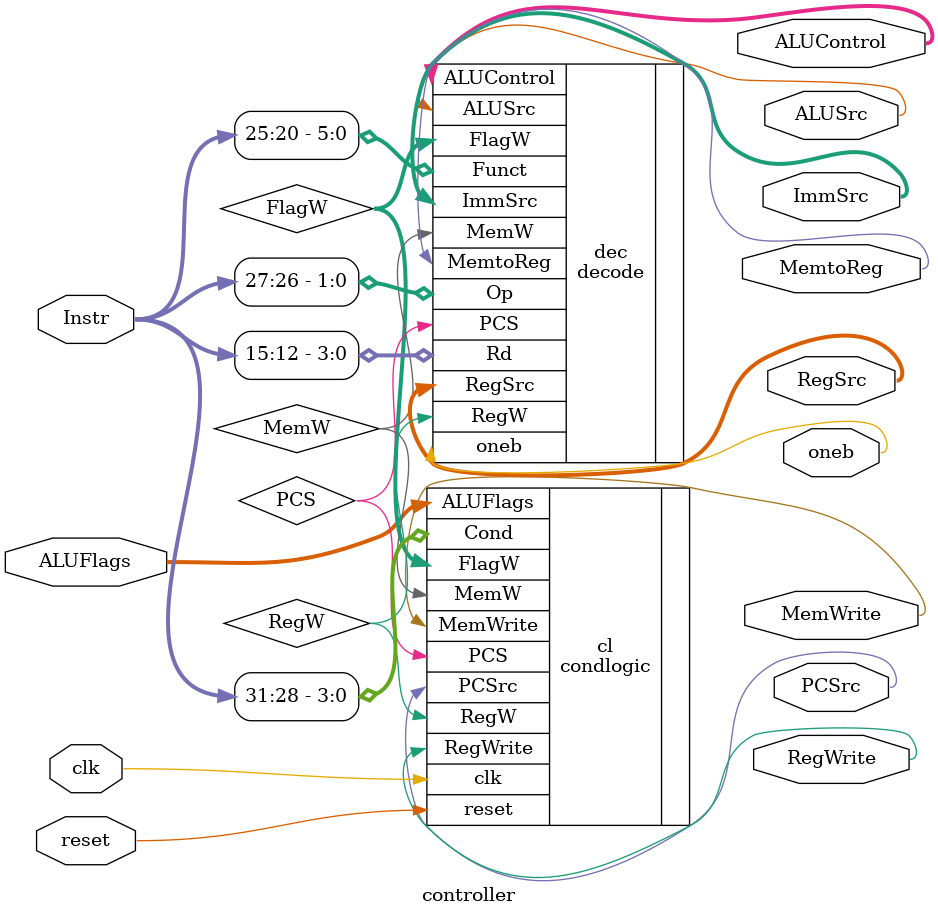
<source format=v>
`include "decode.v"
`include "condlogic.v"

module controller (
	clk,
	reset,
	Instr,
	ALUFlags,
	RegSrc,
	RegWrite,
	ImmSrc,
	ALUSrc,
	ALUControl,
	MemWrite,
	MemtoReg,
	PCSrc,
	oneb
);
	input wire clk;
	input wire reset;
	input wire [31:12] Instr;
	input wire [3:0] ALUFlags;
	output wire [1:0] RegSrc;
	output wire RegWrite;
	output wire [1:0] ImmSrc;
	output wire ALUSrc;
	output wire [2:0] ALUControl;
	output wire MemWrite;
	output wire MemtoReg;
	output wire PCSrc;
	output wire oneb;
	wire [1:0] FlagW;
	wire PCS;
	wire RegW;
	wire MemW;
	decode dec(
		.Op(Instr[27:26]),
		.Funct(Instr[25:20]),
		.Rd(Instr[15:12]),
		.FlagW(FlagW),
		.PCS(PCS),
		.RegW(RegW),
		.MemW(MemW),
		.MemtoReg(MemtoReg),
		.ALUSrc(ALUSrc),
		.ImmSrc(ImmSrc),
		.RegSrc(RegSrc),
		.ALUControl(ALUControl),
		.oneb(oneb)
	);
	condlogic cl(
		.clk(clk),
		.reset(reset),
		.Cond(Instr[31:28]),
		.ALUFlags(ALUFlags),
		.FlagW(FlagW),
		.PCS(PCS),
		.RegW(RegW),
		.MemW(MemW),
		.PCSrc(PCSrc),
		.RegWrite(RegWrite),
		.MemWrite(MemWrite)
	);
endmodule

</source>
